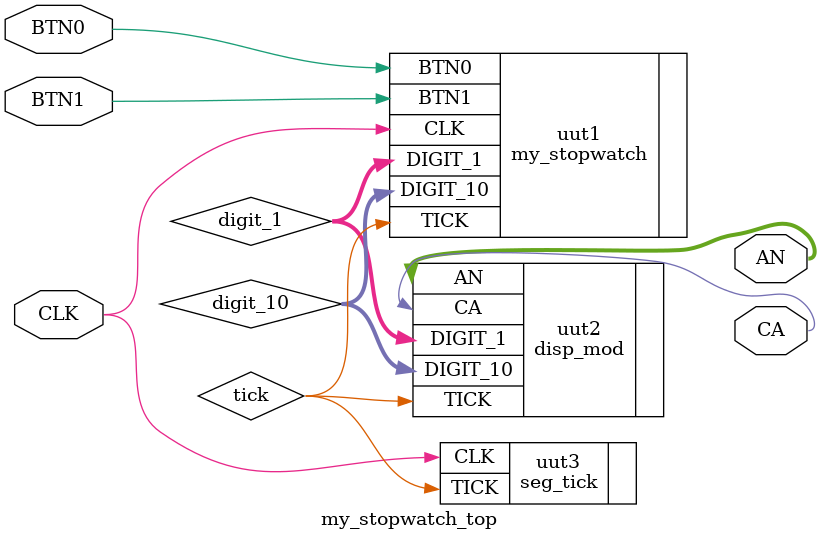
<source format=v>
`timescale 1ns / 1ps

module my_stopwatch_top(
    input CLK,
    input BTN0,
    input BTN1,
    output CA,
    output [6:0] AN
    );

parameter TICK_FREQ = 1_250_000;  // 10ms counter
wire tick;
wire [3:0] digit_10, digit_1;

my_stopwatch uut1(
    .CLK(CLK),
    .BTN0(BTN0),
    .BTN1(BTN1),
    .TICK(tick),
    .DIGIT_10(digit_10),
    .DIGIT_1(digit_1)
    );

disp_mod uut2(
	.TICK(tick),
    .DIGIT_1(digit_1),
    .DIGIT_10(digit_10),
	.CA(CA),
    .AN(AN)
    );

seg_tick #(.TICK_FREQ(TICK_FREQ)) uut3(
    .CLK(CLK),
    .TICK(tick)
    );

endmodule

</source>
